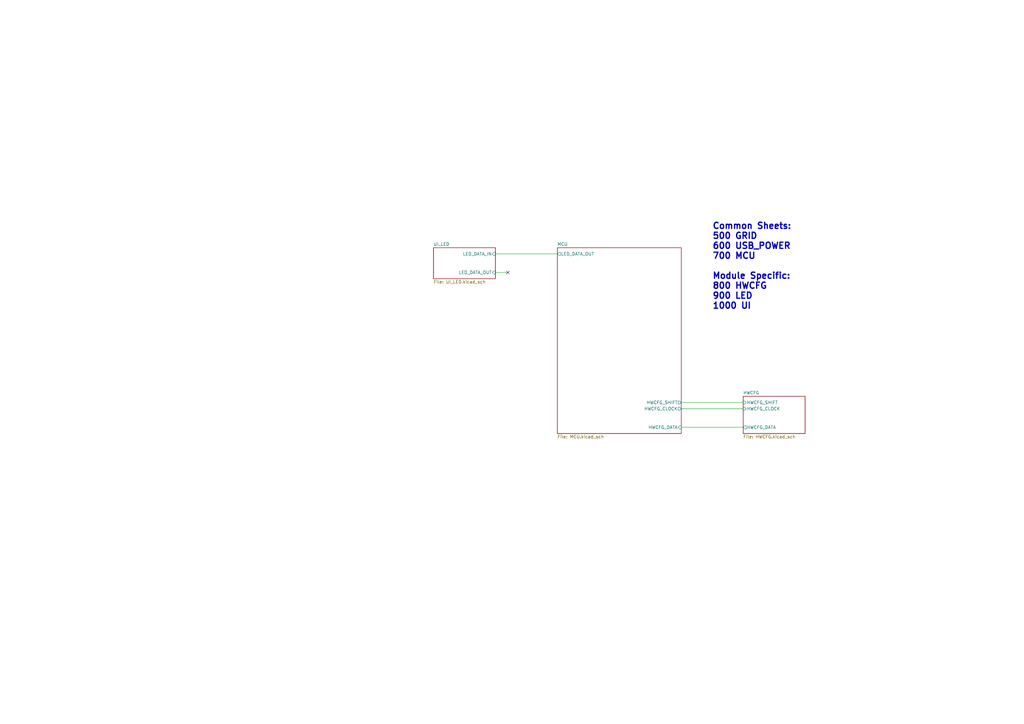
<source format=kicad_sch>
(kicad_sch (version 20230121) (generator eeschema)
  (paper "A3")
  (lib_symbols)
  (no_connect (at 208.28 111.76))
  (wire (pts (xy 279.4 165.1) (xy 304.8 165.1)))
  (wire (pts (xy 203.2 111.76) (xy 208.28 111.76)))
  (wire (pts (xy 228.6 104.14) (xy 203.2 104.14)))
  (wire (pts (xy 279.4 175.26) (xy 304.8 175.26)))
  (wire (pts (xy 279.4 167.64) (xy 304.8 167.64)))
  (text "Common Sheets:\n500 GRID\n600 USB_POWER\n700 MCU\n\nModule Specific:\n800 HWCFG\n900 LED\n1000 UI" (at 292.1 127 0) (effects (font (size 2.54 2.54) (thickness 0.508) bold) (justify left bottom)))
  (sheet (at 177.8 101.6) (size 25.4 12.7)
    (property "Sheetname" "UI_LED" (at 177.8 100.8884 0) (effects (justify left bottom)))
    (property "Sheetfile" "UI_LED.kicad_sch" (at 177.8 114.8846 0) (effects (justify left top)))
    (pin "LED_DATA_IN" input (at 203.2 104.14 0))
    (pin "LED_DATA_OUT" input (at 203.2 111.76 0))
  )
  (sheet (at 228.6 101.6) (size 50.8 76.2)
    (property "Sheetname" "MCU" (at 228.6 100.8884 0) (effects (justify left bottom)))
    (property "Sheetfile" "MCU.kicad_sch" (at 228.6 178.3846 0) (effects (justify left top)))
    (pin "LED_DATA_OUT" output (at 228.6 104.14 180))
    (pin "HWCFG_DATA" input (at 279.4 175.26 0))
    (pin "HWCFG_CLOCK" output (at 279.4 167.64 0))
    (pin "HWCFG_SHIFT" output (at 279.4 165.1 0))
  )
  (sheet (at 304.8 162.56) (size 25.4 15.24)
    (property "Sheetname" "HWCFG" (at 304.8 161.8484 0) (effects (justify left bottom)))
    (property "Sheetfile" "HWCFG.kicad_sch" (at 304.8 178.3846 0) (effects (justify left top)))
    (pin "HWCFG_DATA" output (at 304.8 175.26 180))
    (pin "HWCFG_CLOCK" input (at 304.8 167.64 180))
    (pin "HWCFG_SHIFT" input (at 304.8 165.1 180))
  )
)
</source>
